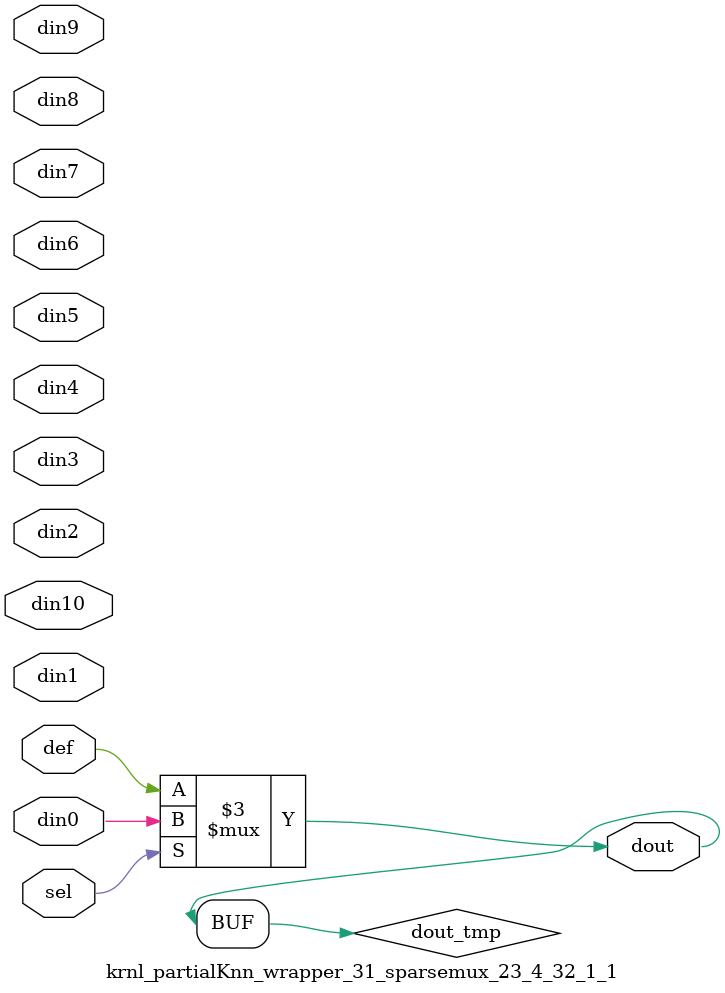
<source format=v>
`timescale 1 ns / 1 ps
module krnl_partialKnn_wrapper_31_sparsemux_23_4_32_1_1 (din0,din1,din2,din3,din4,din5,din6,din7,din8,din9,din10,def,sel,dout);
parameter din0_WIDTH = 1;
parameter din1_WIDTH = 1;
parameter din2_WIDTH = 1;
parameter din3_WIDTH = 1;
parameter din4_WIDTH = 1;
parameter din5_WIDTH = 1;
parameter din6_WIDTH = 1;
parameter din7_WIDTH = 1;
parameter din8_WIDTH = 1;
parameter din9_WIDTH = 1;
parameter din10_WIDTH = 1;
parameter def_WIDTH = 1;
parameter sel_WIDTH = 1;
parameter dout_WIDTH = 1;
parameter [sel_WIDTH-1:0] CASE0 = 1;
parameter [sel_WIDTH-1:0] CASE1 = 1;
parameter [sel_WIDTH-1:0] CASE2 = 1;
parameter [sel_WIDTH-1:0] CASE3 = 1;
parameter [sel_WIDTH-1:0] CASE4 = 1;
parameter [sel_WIDTH-1:0] CASE5 = 1;
parameter [sel_WIDTH-1:0] CASE6 = 1;
parameter [sel_WIDTH-1:0] CASE7 = 1;
parameter [sel_WIDTH-1:0] CASE8 = 1;
parameter [sel_WIDTH-1:0] CASE9 = 1;
parameter [sel_WIDTH-1:0] CASE10 = 1;
parameter ID = 1;
parameter NUM_STAGE = 1;
input [din0_WIDTH-1:0] din0;
input [din1_WIDTH-1:0] din1;
input [din2_WIDTH-1:0] din2;
input [din3_WIDTH-1:0] din3;
input [din4_WIDTH-1:0] din4;
input [din5_WIDTH-1:0] din5;
input [din6_WIDTH-1:0] din6;
input [din7_WIDTH-1:0] din7;
input [din8_WIDTH-1:0] din8;
input [din9_WIDTH-1:0] din9;
input [din10_WIDTH-1:0] din10;
input [def_WIDTH-1:0] def;
input [sel_WIDTH-1:0] sel;
output [dout_WIDTH-1:0] dout;
reg [dout_WIDTH-1:0] dout_tmp;
always @ (*) begin
case (sel)
    
    CASE0 : dout_tmp = din0;
    
    CASE1 : dout_tmp = din1;
    
    CASE2 : dout_tmp = din2;
    
    CASE3 : dout_tmp = din3;
    
    CASE4 : dout_tmp = din4;
    
    CASE5 : dout_tmp = din5;
    
    CASE6 : dout_tmp = din6;
    
    CASE7 : dout_tmp = din7;
    
    CASE8 : dout_tmp = din8;
    
    CASE9 : dout_tmp = din9;
    
    CASE10 : dout_tmp = din10;
    
    default : dout_tmp = def;
endcase
end
assign dout = dout_tmp;
endmodule
</source>
